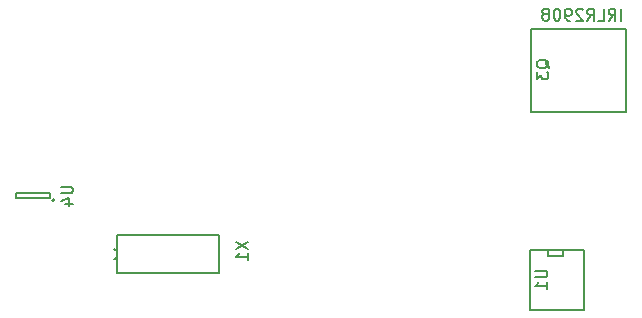
<source format=gbr>
G04 #@! TF.FileFunction,Legend,Bot*
%FSLAX46Y46*%
G04 Gerber Fmt 4.6, Leading zero omitted, Abs format (unit mm)*
G04 Created by KiCad (PCBNEW 4.0.2-4+6225~38~ubuntu14.04.1-stable) date Thu 07 Apr 2016 12:32:57 PM ICT*
%MOMM*%
G01*
G04 APERTURE LIST*
%ADD10C,0.100000*%
%ADD11C,0.150000*%
G04 APERTURE END LIST*
D10*
D11*
X146283680Y-99745800D02*
X154884120Y-99745800D01*
X154884120Y-99745800D02*
X154884120Y-102946200D01*
X154884120Y-102946200D02*
X146283680Y-102946200D01*
X146283680Y-102196900D02*
X146283680Y-102946200D01*
X146283680Y-100446840D02*
X146283680Y-99745800D01*
X146283680Y-101645720D02*
X145983960Y-101744780D01*
X146283680Y-101046280D02*
X145983960Y-100947220D01*
X146283680Y-100446840D02*
X146283680Y-102245160D01*
X140992000Y-96793000D02*
G75*
G03X140992000Y-96793000I-100000J0D01*
G01*
X140642000Y-96143000D02*
X140642000Y-96643000D01*
X137742000Y-96143000D02*
X140642000Y-96143000D01*
X137742000Y-96643000D02*
X137742000Y-96143000D01*
X140642000Y-96643000D02*
X137742000Y-96643000D01*
X181229000Y-100965000D02*
X181229000Y-106045000D01*
X181229000Y-106045000D02*
X185801000Y-106045000D01*
X185801000Y-106045000D02*
X185801000Y-100965000D01*
X185801000Y-100965000D02*
X181229000Y-100965000D01*
X182753000Y-100965000D02*
X182753000Y-101473000D01*
X182753000Y-101473000D02*
X184023000Y-101473000D01*
X184023000Y-101473000D02*
X184023000Y-100965000D01*
X181356000Y-82423000D02*
X181356000Y-82423000D01*
X181356000Y-82296000D02*
X181356000Y-82423000D01*
X181356000Y-82423000D02*
X181356000Y-82296000D01*
X187579000Y-89281000D02*
X181356000Y-89281000D01*
X181356000Y-89281000D02*
X181356000Y-85725000D01*
X187579000Y-89281000D02*
X189103000Y-89281000D01*
X189103000Y-89281000D02*
X189103000Y-89281000D01*
X189103000Y-89281000D02*
X189103000Y-89281000D01*
X189103000Y-89281000D02*
X189357000Y-89281000D01*
X189357000Y-89281000D02*
X189357000Y-89281000D01*
X189357000Y-89281000D02*
X189357000Y-89281000D01*
X181356000Y-85725000D02*
X181356000Y-82296000D01*
X181356000Y-82296000D02*
X189357000Y-82296000D01*
X189357000Y-82296000D02*
X189357000Y-89281000D01*
X156335481Y-100287556D02*
X157335481Y-100954223D01*
X156335481Y-100954223D02*
X157335481Y-100287556D01*
X157335481Y-101858985D02*
X157335481Y-101287556D01*
X157335481Y-101573270D02*
X156335481Y-101573270D01*
X156478338Y-101478032D01*
X156573576Y-101382794D01*
X156621195Y-101287556D01*
X141544381Y-95631095D02*
X142353905Y-95631095D01*
X142449143Y-95678714D01*
X142496762Y-95726333D01*
X142544381Y-95821571D01*
X142544381Y-96012048D01*
X142496762Y-96107286D01*
X142449143Y-96154905D01*
X142353905Y-96202524D01*
X141544381Y-96202524D01*
X141877714Y-97107286D02*
X142544381Y-97107286D01*
X141496762Y-96869190D02*
X142211048Y-96631095D01*
X142211048Y-97250143D01*
X181697381Y-102743095D02*
X182506905Y-102743095D01*
X182602143Y-102790714D01*
X182649762Y-102838333D01*
X182697381Y-102933571D01*
X182697381Y-103124048D01*
X182649762Y-103219286D01*
X182602143Y-103266905D01*
X182506905Y-103314524D01*
X181697381Y-103314524D01*
X182697381Y-104314524D02*
X182697381Y-103743095D01*
X182697381Y-104028809D02*
X181697381Y-104028809D01*
X181840238Y-103933571D01*
X181935476Y-103838333D01*
X181983095Y-103743095D01*
X182891679Y-85629762D02*
X182844060Y-85534524D01*
X182748822Y-85439286D01*
X182605965Y-85296429D01*
X182558346Y-85201190D01*
X182558346Y-85105952D01*
X182796441Y-85153571D02*
X182748822Y-85058333D01*
X182653584Y-84963095D01*
X182463108Y-84915476D01*
X182129774Y-84915476D01*
X181939298Y-84963095D01*
X181844060Y-85058333D01*
X181796441Y-85153571D01*
X181796441Y-85344048D01*
X181844060Y-85439286D01*
X181939298Y-85534524D01*
X182129774Y-85582143D01*
X182463108Y-85582143D01*
X182653584Y-85534524D01*
X182748822Y-85439286D01*
X182796441Y-85344048D01*
X182796441Y-85153571D01*
X181796441Y-85915476D02*
X181796441Y-86534524D01*
X182177393Y-86201190D01*
X182177393Y-86344048D01*
X182225012Y-86439286D01*
X182272631Y-86486905D01*
X182367870Y-86534524D01*
X182605965Y-86534524D01*
X182701203Y-86486905D01*
X182748822Y-86439286D01*
X182796441Y-86344048D01*
X182796441Y-86058333D01*
X182748822Y-85963095D01*
X182701203Y-85915476D01*
X188955584Y-81577441D02*
X188955584Y-80577441D01*
X187907965Y-81577441D02*
X188241299Y-81101250D01*
X188479394Y-81577441D02*
X188479394Y-80577441D01*
X188098441Y-80577441D01*
X188003203Y-80625060D01*
X187955584Y-80672679D01*
X187907965Y-80767917D01*
X187907965Y-80910774D01*
X187955584Y-81006012D01*
X188003203Y-81053631D01*
X188098441Y-81101250D01*
X188479394Y-81101250D01*
X187003203Y-81577441D02*
X187479394Y-81577441D01*
X187479394Y-80577441D01*
X186098441Y-81577441D02*
X186431775Y-81101250D01*
X186669870Y-81577441D02*
X186669870Y-80577441D01*
X186288917Y-80577441D01*
X186193679Y-80625060D01*
X186146060Y-80672679D01*
X186098441Y-80767917D01*
X186098441Y-80910774D01*
X186146060Y-81006012D01*
X186193679Y-81053631D01*
X186288917Y-81101250D01*
X186669870Y-81101250D01*
X185717489Y-80672679D02*
X185669870Y-80625060D01*
X185574632Y-80577441D01*
X185336536Y-80577441D01*
X185241298Y-80625060D01*
X185193679Y-80672679D01*
X185146060Y-80767917D01*
X185146060Y-80863155D01*
X185193679Y-81006012D01*
X185765108Y-81577441D01*
X185146060Y-81577441D01*
X184669870Y-81577441D02*
X184479394Y-81577441D01*
X184384155Y-81529822D01*
X184336536Y-81482203D01*
X184241298Y-81339346D01*
X184193679Y-81148870D01*
X184193679Y-80767917D01*
X184241298Y-80672679D01*
X184288917Y-80625060D01*
X184384155Y-80577441D01*
X184574632Y-80577441D01*
X184669870Y-80625060D01*
X184717489Y-80672679D01*
X184765108Y-80767917D01*
X184765108Y-81006012D01*
X184717489Y-81101250D01*
X184669870Y-81148870D01*
X184574632Y-81196489D01*
X184384155Y-81196489D01*
X184288917Y-81148870D01*
X184241298Y-81101250D01*
X184193679Y-81006012D01*
X183574632Y-80577441D02*
X183479393Y-80577441D01*
X183384155Y-80625060D01*
X183336536Y-80672679D01*
X183288917Y-80767917D01*
X183241298Y-80958393D01*
X183241298Y-81196489D01*
X183288917Y-81386965D01*
X183336536Y-81482203D01*
X183384155Y-81529822D01*
X183479393Y-81577441D01*
X183574632Y-81577441D01*
X183669870Y-81529822D01*
X183717489Y-81482203D01*
X183765108Y-81386965D01*
X183812727Y-81196489D01*
X183812727Y-80958393D01*
X183765108Y-80767917D01*
X183717489Y-80672679D01*
X183669870Y-80625060D01*
X183574632Y-80577441D01*
X182669870Y-81006012D02*
X182765108Y-80958393D01*
X182812727Y-80910774D01*
X182860346Y-80815536D01*
X182860346Y-80767917D01*
X182812727Y-80672679D01*
X182765108Y-80625060D01*
X182669870Y-80577441D01*
X182479393Y-80577441D01*
X182384155Y-80625060D01*
X182336536Y-80672679D01*
X182288917Y-80767917D01*
X182288917Y-80815536D01*
X182336536Y-80910774D01*
X182384155Y-80958393D01*
X182479393Y-81006012D01*
X182669870Y-81006012D01*
X182765108Y-81053631D01*
X182812727Y-81101250D01*
X182860346Y-81196489D01*
X182860346Y-81386965D01*
X182812727Y-81482203D01*
X182765108Y-81529822D01*
X182669870Y-81577441D01*
X182479393Y-81577441D01*
X182384155Y-81529822D01*
X182336536Y-81482203D01*
X182288917Y-81386965D01*
X182288917Y-81196489D01*
X182336536Y-81101250D01*
X182384155Y-81053631D01*
X182479393Y-81006012D01*
M02*

</source>
